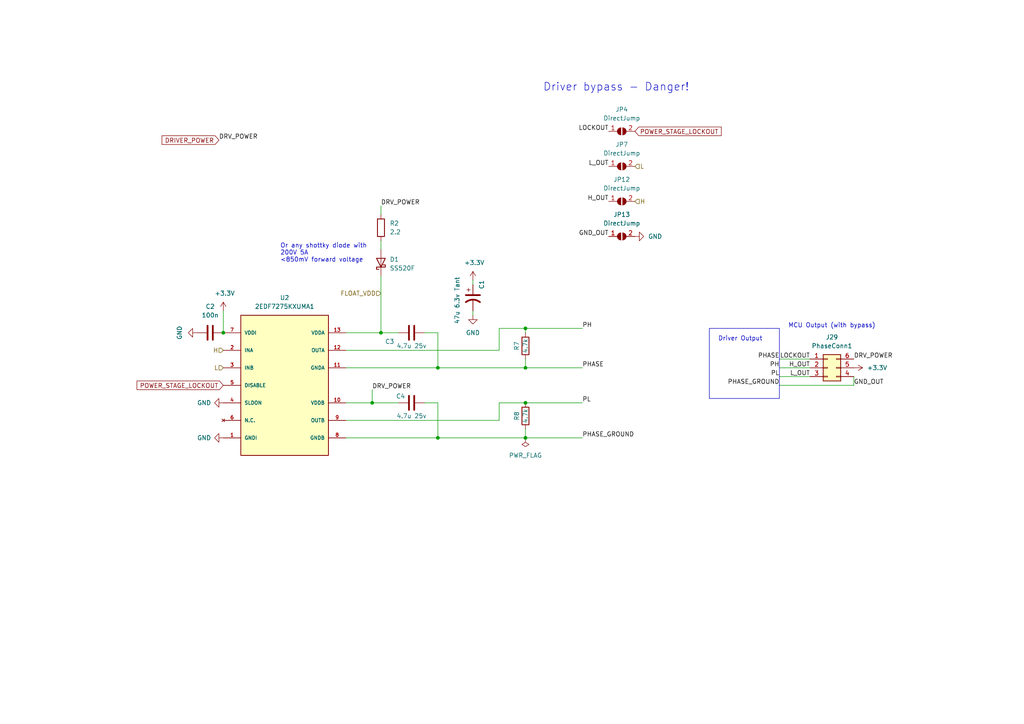
<source format=kicad_sch>
(kicad_sch (version 20230121) (generator eeschema)
  (paper "A4")
  (lib_symbols
    (symbol "Connector_Generic:Conn_02x03_Counter_Clockwise" (pin_names (offset 1.016) hide)
      (property "Reference" "J" (at 1.27 5.08 0))
      (property "Value" "Conn_02x03_Counter_Clockwise" (at 1.27 -5.08 0))
      (symbol "Conn_02x03_Counter_Clockwise_1_1"
        (rectangle (start -1.27 -2.413) (end 0 -2.667) (stroke (width 0.1524)))
        (rectangle (start -1.27 0.127) (end 0 -0.127) (stroke (width 0.1524)))
        (rectangle (start -1.27 2.667) (end 0 2.413) (stroke (width 0.1524)))
        (rectangle (start -1.27 3.81) (end 3.81 -3.81) (stroke (width 0.254)) (fill (type background)))
        (rectangle (start 3.81 -2.413) (end 2.54 -2.667) (stroke (width 0.1524)))
        (rectangle (start 3.81 0.127) (end 2.54 -0.127) (stroke (width 0.1524)))
        (rectangle (start 3.81 2.667) (end 2.54 2.413) (stroke (width 0.1524)))
        (pin passive line (at -5.08 2.54 0) (length 3.81) (name "Pin_1") (number "1"))
        (pin passive line (at -5.08 0 0) (length 3.81) (name "Pin_2") (number "2"))
        (pin passive line (at -5.08 -2.54 0) (length 3.81) (name "Pin_3") (number "3"))
        (pin passive line (at 7.62 -2.54 180) (length 3.81) (name "Pin_4") (number "4"))
        (pin passive line (at 7.62 0 180) (length 3.81) (name "Pin_5") (number "5"))
        (pin passive line (at 7.62 2.54 180) (length 3.81) (name "Pin_6") (number "6"))
      )
    )
    (symbol "Device:C" (pin_numbers hide) (pin_names (offset 0.254))
      (property "Reference" "C" (at 0.635 2.54 0))
      (property "Value" "C" (at 0.635 -2.54 0))
      (symbol "C_0_1"
        (polyline (pts (xy -2.032 -0.762) (xy 2.032 -0.762)) (stroke (width 0.508)))
        (polyline (pts (xy -2.032 0.762) (xy 2.032 0.762)) (stroke (width 0.508)))
      )
      (symbol "C_1_1"
        (pin passive line (at 0 3.81 270) (length 2.794) (name "~") (number "1"))
        (pin passive line (at 0 -3.81 90) (length 2.794) (name "~") (number "2"))
      )
    )
    (symbol "Device:C_Polarized_US" (pin_numbers hide) (pin_names (offset 0.254) hide)
      (property "Reference" "C" (at 0.635 2.54 0))
      (property "Value" "C_Polarized_US" (at 0.635 -2.54 0))
      (symbol "C_Polarized_US_0_1"
        (polyline (pts (xy -2.032 0.762) (xy 2.032 0.762)) (stroke (width 0.508)))
        (polyline (pts (xy -1.778 2.286) (xy -0.762 2.286)))
        (polyline (pts (xy -1.27 1.778) (xy -1.27 2.794)))
        (arc (start 2.032 -1.27) (mid 0 -0.5572) (end -2.032 -1.27) (stroke (width 0.508)))
      )
      (symbol "C_Polarized_US_1_1"
        (pin passive line (at 0 3.81 270) (length 2.794) (name "~") (number "1"))
        (pin passive line (at 0 -3.81 90) (length 3.302) (name "~") (number "2"))
      )
    )
    (symbol "Device:D_Schottky" (pin_numbers hide) (pin_names (offset 1.016) hide)
      (property "Reference" "D" (at 0 2.54 0))
      (property "Value" "D_Schottky" (at 0 -2.54 0))
      (symbol "D_Schottky_0_1"
        (polyline (pts (xy 1.27 0) (xy -1.27 0)))
        (polyline (pts (xy 1.27 1.27) (xy 1.27 -1.27) (xy -1.27 0) (xy 1.27 1.27)) (stroke (width 0.254)))
        (polyline (pts (xy -1.905 0.635) (xy -1.905 1.27) (xy -1.27 1.27) (xy -1.27 -1.27) (xy -0.635 -1.27) (xy -0.635 -0.635)) (stroke (width 0.254)))
      )
      (symbol "D_Schottky_1_1"
        (pin passive line (at -3.81 0 0) (length 2.54) (name "K") (number "1"))
        (pin passive line (at 3.81 0 180) (length 2.54) (name "A") (number "2"))
      )
    )
    (symbol "Device:R" (pin_numbers hide) (pin_names (offset 0))
      (property "Reference" "R" (at 2.032 0 90))
      (property "Value" "R" (at 0 0 90))
      (symbol "R_0_1"
        (rectangle (start -1.016 -2.54) (end 1.016 2.54) (stroke (width 0.254)))
      )
      (symbol "R_1_1"
        (pin passive line (at 0 3.81 270) (length 1.27) (name "~") (number "1"))
        (pin passive line (at 0 -3.81 90) (length 1.27) (name "~") (number "2"))
      )
    )
    (symbol "GigaESCSymbols:2EDF7275KXUMA2" (pin_names (offset 1.016))
      (property "Reference" "U" (at -12.7 20.828 0))
      (property "Value" "2EDF7275KXUMA2" (at -12.7 -22.86 0))
      (symbol "2EDF7275KXUMA2_0_0"
        (rectangle (start -12.7 20.32) (end 12.7 -20.32) (stroke (width 0.254)) (fill (type background)))
        (pin power_in line (at -17.78 -15.24 0) (length 5.08) (name "GNDI") (number "1"))
        (pin power_in line (at 17.78 -5.08 180) (length 5.08) (name "VDDB") (number "10"))
        (pin power_in line (at 17.78 5.08 180) (length 5.08) (name "GNDA") (number "11"))
        (pin output line (at 17.78 10.16 180) (length 5.08) (name "OUTA") (number "12"))
        (pin power_in line (at 17.78 15.24 180) (length 5.08) (name "VDDA") (number "13"))
        (pin input line (at -17.78 10.16 0) (length 5.08) (name "INA") (number "2"))
        (pin input line (at -17.78 5.08 0) (length 5.08) (name "INB") (number "3"))
        (pin passive line (at -17.78 -5.08 0) (length 5.08) (name "SLDON") (number "4"))
        (pin input line (at -17.78 0 0) (length 5.08) (name "DISABLE") (number "5"))
        (pin no_connect line (at -17.78 -10.16 0) (length 5.08) (name "N.C.") (number "6"))
        (pin power_in line (at -17.78 15.24 0) (length 5.08) (name "VDDI") (number "7"))
        (pin power_in line (at 17.78 -15.24 180) (length 5.08) (name "GNDB") (number "8"))
        (pin output line (at 17.78 -10.16 180) (length 5.08) (name "OUTB") (number "9"))
      )
    )
    (symbol "Jumper:SolderJumper_2_Open" (pin_names (offset 0) hide)
      (property "Reference" "JP" (at 0 2.032 0))
      (property "Value" "SolderJumper_2_Open" (at 0 -2.54 0))
      (symbol "SolderJumper_2_Open_0_1"
        (arc (start -0.254 1.016) (mid -1.2656 0) (end -0.254 -1.016))
        (arc (start -0.254 1.016) (mid -1.2656 0) (end -0.254 -1.016) (fill (type outline)))
        (polyline (pts (xy -0.254 1.016) (xy -0.254 -1.016)))
        (polyline (pts (xy 0.254 1.016) (xy 0.254 -1.016)))
        (arc (start 0.254 -1.016) (mid 1.2656 0) (end 0.254 1.016))
        (arc (start 0.254 -1.016) (mid 1.2656 0) (end 0.254 1.016) (fill (type outline)))
      )
      (symbol "SolderJumper_2_Open_1_1"
        (pin passive line (at -3.81 0 0) (length 2.54) (name "A") (number "1"))
        (pin passive line (at 3.81 0 180) (length 2.54) (name "B") (number "2"))
      )
    )
    (symbol "power:+3.3V" (power) (pin_names (offset 0))
      (property "Value" "+3.3V" (at 0 3.556 0))
      (symbol "+3.3V_0_1"
        (polyline (pts (xy -0.762 1.27) (xy 0 2.54)))
        (polyline (pts (xy 0 0) (xy 0 2.54)))
        (polyline (pts (xy 0 2.54) (xy 0.762 1.27)))
      )
      (symbol "+3.3V_1_1"
        (pin power_in line (at 0 0 90) (length 0) hide (name "+3.3V") (number "1"))
      )
    )
    (symbol "power:GND" (power) (pin_names (offset 0))
      (property "Value" "GND" (at 0 -3.81 0))
      (symbol "GND_0_1"
        (polyline (pts (xy 0 0) (xy 0 -1.27) (xy 1.27 -1.27) (xy 0 -2.54) (xy -1.27 -1.27) (xy 0 -1.27)))
      )
      (symbol "GND_1_1"
        (pin power_in line (at 0 0 270) (length 0) hide (name "GND") (number "1"))
      )
    )
    (symbol "power:PWR_FLAG" (power) (pin_numbers hide) (pin_names (offset 0) hide)
      (property "Value" "PWR_FLAG" (at 0 3.81 0))
      (symbol "PWR_FLAG_0_0"
        (pin power_out line (at 0 0 90) (length 0) (name "pwr") (number "1"))
      )
      (symbol "PWR_FLAG_0_1"
        (polyline (pts (xy 0 0) (xy 0 1.27) (xy -1.016 1.905) (xy 0 2.54) (xy 1.016 1.905) (xy 0 1.27)))
      )
    )
  )
  (junction (at 110.49 96.52))
  (junction (at 152.4 106.68))
  (junction (at 152.4 116.84))
  (junction (at 152.4 127))
  (junction (at 64.77 96.52))
  (junction (at 127 127))
  (junction (at 107.95 116.84))
  (junction (at 127 106.68))
  (junction (at 152.4 95.25))
  (wire (pts (xy 144.78 116.84) (xy 144.78 121.92)))
  (wire (pts (xy 127 116.84) (xy 127 127)))
  (wire (pts (xy 64.77 90.17) (xy 64.77 96.52)))
  (wire (pts (xy 226.06 111.76) (xy 247.65 111.76)))
  (wire (pts (xy 127 96.52) (xy 123.19 96.52)))
  (wire (pts (xy 100.33 106.68) (xy 127 106.68)))
  (wire (pts (xy 152.4 116.84) (xy 168.91 116.84)))
  (wire (pts (xy 107.95 116.84) (xy 115.57 116.84)))
  (wire (pts (xy 152.4 106.68) (xy 168.91 106.68)))
  (wire (pts (xy 152.4 127) (xy 127 127)))
  (wire (pts (xy 110.49 59.69) (xy 110.49 62.23)))
  (wire (pts (xy 152.4 104.14) (xy 152.4 106.68)))
  (wire (pts (xy 107.95 113.03) (xy 107.95 116.84)))
  (wire (pts (xy 152.4 127) (xy 168.91 127)))
  (wire (pts (xy 144.78 95.25) (xy 152.4 95.25)))
  (wire (pts (xy 137.16 81.28) (xy 137.16 82.55)))
  (wire (pts (xy 100.33 101.6) (xy 144.78 101.6)))
  (wire (pts (xy 127 106.68) (xy 127 96.52)))
  (wire (pts (xy 110.49 96.52) (xy 115.57 96.52)))
  (wire (pts (xy 144.78 95.25) (xy 144.78 101.6)))
  (wire (pts (xy 152.4 95.25) (xy 168.91 95.25)))
  (wire (pts (xy 152.4 124.46) (xy 152.4 127)))
  (wire (pts (xy 226.06 106.68) (xy 234.95 106.68)))
  (wire (pts (xy 110.49 80.01) (xy 110.49 96.52)))
  (wire (pts (xy 144.78 116.84) (xy 152.4 116.84)))
  (wire (pts (xy 127 106.68) (xy 152.4 106.68)))
  (wire (pts (xy 226.06 109.22) (xy 234.95 109.22)))
  (wire (pts (xy 123.19 116.84) (xy 127 116.84)))
  (wire (pts (xy 137.16 90.17) (xy 137.16 91.44)))
  (wire (pts (xy 100.33 127) (xy 127 127)))
  (wire (pts (xy 226.06 104.14) (xy 234.95 104.14)))
  (wire (pts (xy 247.65 111.76) (xy 247.65 109.22)))
  (wire (pts (xy 100.33 116.84) (xy 107.95 116.84)))
  (wire (pts (xy 100.33 121.92) (xy 144.78 121.92)))
  (wire (pts (xy 100.33 96.52) (xy 110.49 96.52)))
  (wire (pts (xy 110.49 69.85) (xy 110.49 72.39)))
  (wire (pts (xy 152.4 96.52) (xy 152.4 95.25)))
  (rectangle (start 205.74 95.25) (end 226.06 115.57))
  (text "MCU Output (with bypass)" (at 228.6 95.25 0) (effects (font (size 1.27 1.27)) (justify left bottom)))
  (text "Driver Output" (at 208.28 99.06 0) (effects (font (size 1.27 1.27)) (justify left bottom)))
  (text "Or any shottky diode with \n200V 5A\n<850mV forward voltage" (at 81.28 76.2 0) (effects (font (size 1.27 1.27)) (justify left bottom)))
  (text "Driver bypass - Danger!" (at 157.48 26.67 0) (effects (font (size 2.27 2.27)) (justify left bottom)))
  (label "DRV_POWER" (at 63.5 40.64 0))
  (label "L_OUT" (at 176.53 48.26 180))
  (label "PH" (at 168.91 95.25 0))
  (label "DRV_POWER" (at 110.49 59.69 0))
  (label "PHASE" (at 226.06 104.14 180))
  (label "PHASE" (at 168.91 106.68 0))
  (label "PL" (at 226.06 109.22 180))
  (label "PHASE_GROUND" (at 168.91 127 0))
  (label "H_OUT" (at 176.53 58.42 180))
  (label "GND_OUT" (at 247.65 111.76 0))
  (label "LOCKOUT" (at 176.53 38.1 180))
  (label "DRV_POWER" (at 247.65 104.14 0))
  (label "H_OUT" (at 234.95 106.68 180))
  (label "PHASE_GROUND" (at 226.06 111.76 180))
  (label "PL" (at 168.91 116.84 0))
  (label "LOCKOUT" (at 234.95 104.14 180))
  (label "PH" (at 226.06 106.68 180))
  (label "GND_OUT" (at 176.53 68.58 180))
  (label "L_OUT" (at 234.95 109.22 180))
  (label "DRV_POWER" (at 107.95 113.03 0))
  (global_label "DRIVER_POWER" (shape input) (at 63.5 40.64 180) (property "Intersheetrefs" "${INTERSHEET_REFS}" (effects hide)))
  (global_label "POWER_STAGE_LOCKOUT" (shape input) (at 184.15 38.1 0) (property "Intersheetrefs" "${INTERSHEET_REFS}" (effects hide)))
  (global_label "POWER_STAGE_LOCKOUT" (shape input) (at 64.77 111.76 180) (property "Intersheetrefs" "${INTERSHEET_REFS}" (effects hide)))
  (hierarchical_label "H" (shape input) (at 64.77 101.6 180))
  (hierarchical_label "L" (shape input) (at 184.15 48.26 0))
  (hierarchical_label "FLOAT_VDD" (shape input) (at 110.49 85.09 180))
  (hierarchical_label "H" (shape input) (at 184.15 58.42 0))
  (hierarchical_label "L" (shape input) (at 64.77 106.68 180))
  (symbol (lib_id "Device:D_Schottky") (at 110.49 76.2 90) (unit 1)
    (property "Reference" "D1" (at 113.03 75.2475 90) (effects (justify right)))
    (property "Value" "SS520F" (at 113.03 77.7875 90) (effects (justify right)))
    (property "Footprint" "Diode_SMD:D_SMA" (effects hide))
    (property "MPN" "C353179" (effects hide))
    (property "Mouser" "750-SS520B-HF" (effects hide))
    (instances (project "2EDF7275KXUMA1" (path "" (reference "D1") (unit 1))) (project "GigaVescDrivers" (path "" (reference "D14") (unit 1)) (path "" (reference "D16") (unit 1)) (path "" (reference "D27") (unit 1))) (project "GigaMax" (path "" (reference "D4") (unit 1)) (path "" (reference "D13") (unit 1)) (path "" (reference "D14") (unit 1))) (project "EPC2304" (path "" (reference "D1") (unit 1)) (path "" (reference "D4") (unit 1)) (path "" (reference "D7") (unit 1))))
  )
  (symbol (lib_id "Device:R") (at 152.4 100.33 180) (unit 1)
    (property "Reference" "R7" (at 149.86 100.33 90))
    (property "Value" "4.7k" (at 152.4 100.33 90))
    (property "Footprint" "Resistor_SMD:R_0603_1608Metric" (effects hide))
    (property "MPN" "C17673" (effects hide))
    (property "Mouser" "603-RC0805FR-074K7L" (effects hide))
    (instances (project "2EDF7275KXUMA1" (path "" (reference "R7") (unit 1))) (project "GigaVescDrivers" (path "" (reference "R20") (unit 1)) (path "" (reference "R30") (unit 1)) (path "" (reference "R40") (unit 1))) (project "GigaMax" (path "" (reference "R59") (unit 1)) (path "" (reference "R68") (unit 1)) (path "" (reference "R73") (unit 1))) (project "EPC2304" (path "" (reference "R27") (unit 1)) (path "" (reference "R40") (unit 1)) (path "" (reference "R47") (unit 1))))
  )
  (symbol (lib_id "power:GND") (at 137.16 91.44 0) (unit 1)
    (property "Reference" "#PWR02" (effects hide))
    (property "Value" "GND" (at 137.16 96.52 0))
    (instances (project "2EDF7275KXUMA1" (path "" (reference "#PWR02") (unit 1))) (project "GigaVescDrivers" (path "" (reference "#PWR026") (unit 1)) (path "" (reference "#PWR033") (unit 1)) (path "" (reference "#PWR046") (unit 1))) (project "GigaMax" (path "" (reference "#PWR0162") (unit 1)) (path "" (reference "#PWR0167") (unit 1)) (path "" (reference "#PWR0171") (unit 1))) (project "EPC2304" (path "" (reference "#PWR09") (unit 1)) (path "" (reference "#PWR029") (unit 1)) (path "" (reference "#PWR037") (unit 1))))
  )
  (symbol (lib_id "Jumper:SolderJumper_2_Open") (at 180.34 58.42 0) (unit 1)
    (property "Reference" "JP12" (at 180.34 52.07 0))
    (property "Value" "DirectJump" (at 180.34 54.61 0))
    (property "Footprint" "GigaVescLibs:SolderJumper0.5mm_Open" (effects hide))
    (instances (project "GigaMax" (path "" (reference "JP12") (unit 1)) (path "" (reference "JP8") (unit 1)) (path "" (reference "JP10") (unit 1))))
  )
  (symbol (lib_id "power:GND") (at 184.15 68.58 90) (unit 1)
    (property "Reference" "#PWR011" (effects hide))
    (property "Value" "GND" (at 187.96 68.58 90) (effects (justify right)))
    (instances (project "GigaMax" (path "" (reference "#PWR011") (unit 1)) (path "" (reference "#PWR091") (unit 1)) (path "" (reference "#PWR0208") (unit 1)) (path "" (reference "#PWR0209") (unit 1)) (path "" (reference "#PWR0210") (unit 1))))
  )
  (symbol (lib_id "Device:R") (at 152.4 120.65 180) (unit 1)
    (property "Reference" "R8" (at 149.86 120.65 90))
    (property "Value" "4.7k" (at 152.4 120.65 90))
    (property "Footprint" "Resistor_SMD:R_0603_1608Metric" (effects hide))
    (property "Mouser" "603-RC0805FR-074K7L" (effects hide))
    (property "MPN" "C17673" (effects hide))
    (instances (project "2EDF7275KXUMA1" (path "" (reference "R8") (unit 1))) (project "GigaVescDrivers" (path "" (reference "R23") (unit 1)) (path "" (reference "R31") (unit 1)) (path "" (reference "R41") (unit 1))) (project "GigaMax" (path "" (reference "R63") (unit 1)) (path "" (reference "R71") (unit 1)) (path "" (reference "R74") (unit 1))) (project "EPC2304" (path "" (reference "R34") (unit 1)) (path "" (reference "R41") (unit 1)) (path "" (reference "R48") (unit 1))))
  )
  (symbol (lib_id "power:GND") (at 64.77 116.84 270) (unit 1)
    (property "Reference" "#PWR03" (effects hide))
    (property "Value" "GND" (at 57.15 116.84 90) (effects (justify left)))
    (instances (project "2EDF7275KXUMA1" (path "" (reference "#PWR03") (unit 1))) (project "GigaVescDrivers" (path "" (reference "#PWR027") (unit 1)) (path "" (reference "#PWR037") (unit 1)) (path "" (reference "#PWR050") (unit 1))) (project "GigaMax" (path "" (reference "#PWR0160") (unit 1)) (path "" (reference "#PWR0164") (unit 1)) (path "" (reference "#PWR0169") (unit 1))) (project "EPC2304" (path "" (reference "#PWR014") (unit 1)) (path "" (reference "#PWR032") (unit 1)) (path "" (reference "#PWR044") (unit 1))))
  )
  (symbol (lib_id "power:+3.3V") (at 247.65 106.68 270) (mirror x) (unit 1)
    (property "Reference" "#PWR090" (effects hide))
    (property "Value" "+3.3V" (at 251.46 106.68 90) (effects (justify left)))
    (instances (project "GigaMax" (path "" (reference "#PWR090") (unit 1)) (path "" (reference "#PWR0202") (unit 1)) (path "" (reference "#PWR0206") (unit 1)) (path "" (reference "#PWR0207") (unit 1))))
  )
  (symbol (lib_id "Jumper:SolderJumper_2_Open") (at 180.34 68.58 0) (unit 1)
    (property "Reference" "JP13" (at 180.34 62.23 0))
    (property "Value" "DirectJump" (at 180.34 64.77 0))
    (property "Footprint" "GigaVescLibs:SolderJumper0.5mm_Open" (effects hide))
    (instances (project "GigaMax" (path "" (reference "JP13") (unit 1)) (path "" (reference "JP9") (unit 1)) (path "" (reference "JP11") (unit 1))))
  )
  (symbol (lib_id "power:GND") (at 64.77 127 270) (unit 1)
    (property "Reference" "#PWR012" (effects hide))
    (property "Value" "GND" (at 57.15 127 90) (effects (justify left)))
    (instances (project "2EDF7275KXUMA1" (path "" (reference "#PWR012") (unit 1))) (project "GigaVescDrivers" (path "" (reference "#PWR027") (unit 1)) (path "" (reference "#PWR037") (unit 1)) (path "" (reference "#PWR050") (unit 1))) (project "GigaMax" (path "" (reference "#PWR0161") (unit 1)) (path "" (reference "#PWR0165") (unit 1)) (path "" (reference "#PWR0170") (unit 1))) (project "EPC2304" (path "" (reference "#PWR015") (unit 1)) (path "" (reference "#PWR033") (unit 1)) (path "" (reference "#PWR045") (unit 1))))
  )
  (symbol (lib_id "Device:C_Polarized_US") (at 137.16 86.36 0) (unit 1)
    (property "Reference" "C1" (at 139.7 82.55 90))
    (property "Value" "47u 6.3v Tant" (at 132.588 87.122 90))
    (property "Footprint" "Capacitor_Tantalum_SMD:CP_EIA-3216-18_Kemet-A" (effects hide))
    (property "MPN" "C7190" (effects hide))
    (property "Mouser" "80-T491D476K25AT7280" (effects hide))
    (property "JLCRotOffset" "-180" (effects hide))
    (instances (project "2EDF7275KXUMA1" (path "" (reference "C1") (unit 1))) (project "GigaVescDrivers" (path "" (reference "C14") (unit 1)) (path "" (reference "C18") (unit 1)) (path "" (reference "C19") (unit 1))) (project "GigaMax" (path "" (reference "C39") (unit 1)) (path "" (reference "C86") (unit 1)) (path "" (reference "C90") (unit 1))) (project "EPC2304" (path "" (reference "C5") (unit 1)) (path "" (reference "C13") (unit 1)) (path "" (reference "C17") (unit 1))))
  )
  (symbol (lib_id "Device:C") (at 60.96 96.52 90) (unit 1)
    (property "Reference" "C2" (at 60.96 88.9 90))
    (property "Value" "100n" (at 60.96 91.44 90))
    (property "Footprint" "Capacitor_SMD:C_0805_2012Metric" (effects hide))
    (property "Mouser" "187-CL21B104KBFNNNE" (effects hide))
    (property "MPN" "C28233" (effects hide))
    (instances (project "2EDF7275KXUMA1" (path "" (reference "C2") (unit 1))) (project "GigaVescDrivers" (path "" (reference "C8") (unit 1)) (path "" (reference "C12") (unit 1)) (path "" (reference "C17") (unit 1))) (project "GigaMax" (path "" (reference "C20") (unit 1)) (path "" (reference "C62") (unit 1)) (path "" (reference "C87") (unit 1))) (project "EPC2304" (path "" (reference "C6") (unit 1)) (path "" (reference "C14") (unit 1)) (path "" (reference "C18") (unit 1))))
  )
  (symbol (lib_id "power:PWR_FLAG") (at 152.4 127 180) (unit 1)
    (property "Reference" "#FLG04" (effects hide))
    (property "Value" "PWR_FLAG" (at 152.4 132.08 0))
    (instances (project "GigaMax" (path "" (reference "#FLG04") (unit 1)) (path "" (reference "#FLG05") (unit 1)) (path "" (reference "#FLG06") (unit 1))))
  )
  (symbol (lib_id "power:+3.3V") (at 64.77 90.17 0) (mirror y) (unit 1)
    (property "Reference" "#PWR090" (effects hide))
    (property "Value" "+3.3V" (at 62.23 85.09 0) (effects (justify right)))
    (instances (project "GigaMax" (path "" (reference "#PWR090") (unit 1)) (path "" (reference "#PWR0172") (unit 1)) (path "" (reference "#PWR0173") (unit 1)) (path "" (reference "#PWR0174") (unit 1))))
  )
  (symbol (lib_id "Jumper:SolderJumper_2_Open") (at 180.34 38.1 0) (unit 1)
    (property "Reference" "JP4" (at 180.34 31.75 0))
    (property "Value" "DirectJump" (at 180.34 34.29 0))
    (property "Footprint" "GigaVescLibs:SolderJumper0.5mm_Open" (effects hide))
    (instances (project "GigaMax" (path "" (reference "JP4") (unit 1)) (path "" (reference "JP2") (unit 1)) (path "" (reference "JP3") (unit 1))))
  )
  (symbol (lib_id "Device:C") (at 119.38 96.52 90) (unit 1)
    (property "Reference" "C3" (at 113.03 99.06 90))
    (property "Value" "4.7u 25v" (at 119.38 100.33 90))
    (property "Footprint" "Capacitor_SMD:C_0805_2012Metric" (effects hide))
    (property "MPN" "C1779" (effects hide))
    (property "Mouser" "81-GRM319R61H475KA2D" (effects hide))
    (instances (project "2EDF7275KXUMA1" (path "" (reference "C3") (unit 1))) (project "GigaVescDrivers" (path "" (reference "C25") (unit 1)) (path "" (reference "C26") (unit 1)) (path "" (reference "C27") (unit 1))) (project "GigaMax" (path "" (reference "C37") (unit 1)) (path "" (reference "C63") (unit 1)) (path "" (reference "C88") (unit 1))) (project "EPC2304" (path "" (reference "C7") (unit 1)) (path "" (reference "C15") (unit 1)) (path "" (reference "C19") (unit 1))))
  )
  (symbol (lib_id "Connector_Generic:Conn_02x03_Counter_Clockwise") (at 240.03 106.68 0) (unit 1)
    (property "Reference" "J29" (at 241.3 97.79 0))
    (property "Value" "PhaseConn1" (at 241.3 100.33 0))
    (property "Footprint" "Connector_PinHeader_2.54mm:PinHeader_2x03_P2.54mm_Vertical_SMD" (effects hide))
    (property "MPN" "C780054" (effects hide))
    (instances (project "GigaMax" (path "" (reference "J29") (unit 1)) (path "" (reference "J26") (unit 1)) (path "" (reference "J27") (unit 1)) (path "" (reference "J28") (unit 1))))
  )
  (symbol (lib_id "power:+3.3V") (at 137.16 81.28 0) (mirror y) (unit 1)
    (property "Reference" "#PWR090" (effects hide))
    (property "Value" "+3.3V" (at 134.62 76.2 0) (effects (justify right)))
    (instances (project "GigaMax" (path "" (reference "#PWR090") (unit 1)) (path "" (reference "#PWR090") (unit 1)) (path "" (reference "#PWR098") (unit 1)) (path "" (reference "#PWR0106") (unit 1))))
  )
  (symbol (lib_id "Jumper:SolderJumper_2_Open") (at 180.34 48.26 0) (unit 1)
    (property "Reference" "JP7" (at 180.34 41.91 0))
    (property "Value" "DirectJump" (at 180.34 44.45 0))
    (property "Footprint" "GigaVescLibs:SolderJumper0.5mm_Open" (effects hide))
    (instances (project "GigaMax" (path "" (reference "JP7") (unit 1)) (path "" (reference "JP5") (unit 1)) (path "" (reference "JP6") (unit 1))))
  )
  (symbol (lib_id "Device:R") (at 110.49 66.04 0) (unit 1)
    (property "Reference" "R2" (at 113.03 64.77 0) (effects (justify left)))
    (property "Value" "2.2" (at 113.03 67.31 0) (effects (justify left)))
    (property "Footprint" "Resistor_SMD:R_0603_1608Metric" (effects hide))
    (property "MPN" "C17521" (effects hide))
    (property "Mouser" "603-RC0805JR-072R2L" (effects hide))
    (instances (project "2EDF7275KXUMA1" (path "" (reference "R2") (unit 1))) (project "GigaVescDrivers" (path "" (reference "R17") (unit 1)) (path "" (reference "R25") (unit 1)) (path "" (reference "R35") (unit 1))) (project "GigaMax" (path "" (reference "R39") (unit 1)) (path "" (reference "R64") (unit 1)) (path "" (reference "R72") (unit 1))) (project "EPC2304" (path "" (reference "R22") (unit 1)) (path "" (reference "R35") (unit 1)) (path "" (reference "R42") (unit 1))))
  )
  (symbol (lib_id "power:GND") (at 57.15 96.52 270) (unit 1)
    (property "Reference" "#PWR06" (effects hide))
    (property "Value" "GND" (at 52.07 96.52 0))
    (instances (project "2EDF7275KXUMA1" (path "" (reference "#PWR06") (unit 1))) (project "GigaVescDrivers" (path "" (reference "#PWR027") (unit 1)) (path "" (reference "#PWR037") (unit 1)) (path "" (reference "#PWR050") (unit 1))) (project "GigaMax" (path "" (reference "#PWR0159") (unit 1)) (path "" (reference "#PWR0163") (unit 1)) (path "" (reference "#PWR0168") (unit 1))) (project "EPC2304" (path "" (reference "#PWR011") (unit 1)) (path "" (reference "#PWR030") (unit 1)) (path "" (reference "#PWR041") (unit 1))))
  )
  (symbol (lib_id "GigaESCSymbols:2EDF7275KXUMA2") (at 82.55 111.76 0) (unit 1)
    (property "Reference" "U2" (at 82.55 86.36 0))
    (property "Value" "2EDF7275KXUMA1" (at 82.55 88.9 0))
    (property "Footprint" "GigaVescLibs:IC_2EDF7275KXUMA2" (effects hide))
    (property "PARTREV" "2.8" (effects hide))
    (property "STANDARD" "Manufacturer Recommendations" (effects hide))
    (property "SNAPEDA_PN" "2EDF7275KXUMA2" (effects hide))
    (property "MAXIMUM_PACKAGE_HEIGHT" "1.01 mm" (effects hide))
    (property "MANUFACTURER" "Infineon Technologies" (effects hide))
    (property "MPN" "C2677063" (effects hide))
    (instances (project "2EDF7275KXUMA1" (path "" (reference "U2") (unit 1))) (project "GigaMax" (path "" (reference "U4") (unit 1)) (path "" (reference "U20") (unit 1)) (path "" (reference "U21") (unit 1))) (project "EPC2304" (path "" (reference "U1") (unit 1)) (path "" (reference "U2") (unit 1)) (path "" (reference "U3") (unit 1))))
  )
  (symbol (lib_id "Device:C") (at 119.38 116.84 90) (unit 1)
    (property "Reference" "C4" (at 116.205 114.935 90))
    (property "Value" "4.7u 25v" (at 119.38 120.65 90))
    (property "Footprint" "Capacitor_SMD:C_0805_2012Metric" (effects hide))
    (property "MPN" "C1779" (effects hide))
    (property "Mouser" "81-GRM319R61H475KA2D" (effects hide))
    (instances (project "2EDF7275KXUMA1" (path "" (reference "C4") (unit 1))) (project "GigaVescDrivers" (path "" (reference "C9") (unit 1)) (path "" (reference "C10") (unit 1)) (path "" (reference "C13") (unit 1))) (project "GigaMax" (path "" (reference "C38") (unit 1)) (path "" (reference "C85") (unit 1)) (path "" (reference "C89") (unit 1))) (project "EPC2304" (path "" (reference "C12") (unit 1)) (path "" (reference "C16") (unit 1)) (path "" (reference "C20") (unit 1))))
  )
)
</source>
